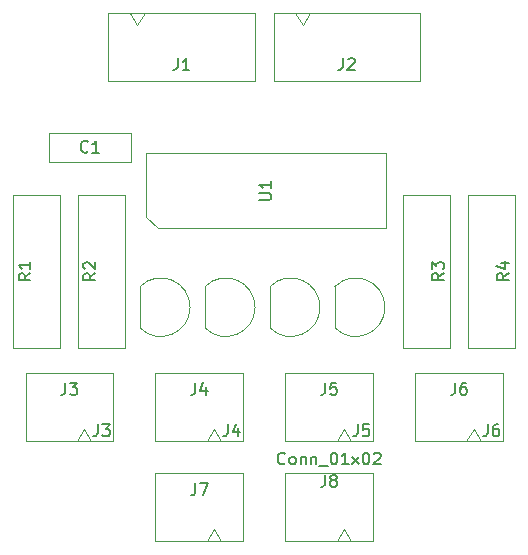
<source format=gbr>
G04 #@! TF.GenerationSoftware,KiCad,Pcbnew,(5.1.7)-1*
G04 #@! TF.CreationDate,2020-12-10T17:59:25+02:00*
G04 #@! TF.ProjectId,4_switch_array,345f7377-6974-4636-985f-61727261792e,rev?*
G04 #@! TF.SameCoordinates,Original*
G04 #@! TF.FileFunction,Other,Fab,Top*
%FSLAX46Y46*%
G04 Gerber Fmt 4.6, Leading zero omitted, Abs format (unit mm)*
G04 Created by KiCad (PCBNEW (5.1.7)-1) date 2020-12-10 17:59:25*
%MOMM*%
%LPD*%
G01*
G04 APERTURE LIST*
%ADD10C,0.100000*%
%ADD11C,0.150000*%
G04 APERTURE END LIST*
D10*
X155950000Y-80350000D02*
X155950000Y-74600000D01*
X155950000Y-74600000D02*
X148550000Y-74600000D01*
X148550000Y-74600000D02*
X148550000Y-80350000D01*
X148550000Y-80350000D02*
X155950000Y-80350000D01*
X154125000Y-80350000D02*
X153500000Y-79350000D01*
X153500000Y-79350000D02*
X152875000Y-80350000D01*
X137730000Y-53865000D02*
X136730000Y-52865000D01*
X157050000Y-53865000D02*
X137730000Y-53865000D01*
X157050000Y-47515000D02*
X157050000Y-53865000D01*
X136730000Y-47515000D02*
X157050000Y-47515000D01*
X136730000Y-52865000D02*
X136730000Y-47515000D01*
X166950000Y-71850000D02*
X166950000Y-66100000D01*
X166950000Y-66100000D02*
X159550000Y-66100000D01*
X159550000Y-66100000D02*
X159550000Y-71850000D01*
X159550000Y-71850000D02*
X166950000Y-71850000D01*
X165125000Y-71850000D02*
X164500000Y-70850000D01*
X164500000Y-70850000D02*
X163875000Y-71850000D01*
X128500000Y-48250000D02*
X135500000Y-48250000D01*
X128500000Y-45750000D02*
X128500000Y-48250000D01*
X135500000Y-45750000D02*
X128500000Y-45750000D01*
X135500000Y-48250000D02*
X135500000Y-45750000D01*
X129500000Y-51000000D02*
X125500000Y-51000000D01*
X125500000Y-51000000D02*
X125500000Y-64000000D01*
X125500000Y-64000000D02*
X129500000Y-64000000D01*
X129500000Y-64000000D02*
X129500000Y-51000000D01*
X162500000Y-51000000D02*
X158500000Y-51000000D01*
X158500000Y-51000000D02*
X158500000Y-64000000D01*
X158500000Y-64000000D02*
X162500000Y-64000000D01*
X162500000Y-64000000D02*
X162500000Y-51000000D01*
X135000000Y-51000000D02*
X131000000Y-51000000D01*
X131000000Y-51000000D02*
X131000000Y-64000000D01*
X131000000Y-64000000D02*
X135000000Y-64000000D01*
X135000000Y-64000000D02*
X135000000Y-51000000D01*
X168000000Y-51000000D02*
X164000000Y-51000000D01*
X164000000Y-51000000D02*
X164000000Y-64000000D01*
X164000000Y-64000000D02*
X168000000Y-64000000D01*
X168000000Y-64000000D02*
X168000000Y-51000000D01*
X141750000Y-58800000D02*
X141750000Y-62300000D01*
X141746375Y-62293625D02*
G75*
G03*
X145980000Y-60540000I1753625J1753625D01*
G01*
X141746375Y-58786375D02*
G75*
G02*
X145980000Y-60540000I1753625J-1753625D01*
G01*
X152750000Y-58800000D02*
X152750000Y-62300000D01*
X152746375Y-62293625D02*
G75*
G03*
X156980000Y-60540000I1753625J1753625D01*
G01*
X152746375Y-58786375D02*
G75*
G02*
X156980000Y-60540000I1753625J-1753625D01*
G01*
X136250000Y-58800000D02*
X136250000Y-62300000D01*
X136246375Y-62293625D02*
G75*
G03*
X140480000Y-60540000I1753625J1753625D01*
G01*
X136246375Y-58786375D02*
G75*
G02*
X140480000Y-60540000I1753625J-1753625D01*
G01*
X147250000Y-58800000D02*
X147250000Y-62300000D01*
X147246375Y-62293625D02*
G75*
G03*
X151480000Y-60540000I1753625J1753625D01*
G01*
X147246375Y-58786375D02*
G75*
G02*
X151480000Y-60540000I1753625J-1753625D01*
G01*
X142500000Y-79350000D02*
X141875000Y-80350000D01*
X143125000Y-80350000D02*
X142500000Y-79350000D01*
X137550000Y-80350000D02*
X144950000Y-80350000D01*
X137550000Y-74600000D02*
X137550000Y-80350000D01*
X144950000Y-74600000D02*
X137550000Y-74600000D01*
X144950000Y-80350000D02*
X144950000Y-74600000D01*
X144950000Y-71850000D02*
X144950000Y-66100000D01*
X144950000Y-66100000D02*
X137550000Y-66100000D01*
X137550000Y-66100000D02*
X137550000Y-71850000D01*
X137550000Y-71850000D02*
X144950000Y-71850000D01*
X143125000Y-71850000D02*
X142500000Y-70850000D01*
X142500000Y-70850000D02*
X141875000Y-71850000D01*
X155950000Y-71850000D02*
X155950000Y-66100000D01*
X155950000Y-66100000D02*
X148550000Y-66100000D01*
X148550000Y-66100000D02*
X148550000Y-71850000D01*
X148550000Y-71850000D02*
X155950000Y-71850000D01*
X154125000Y-71850000D02*
X153500000Y-70850000D01*
X153500000Y-70850000D02*
X152875000Y-71850000D01*
X133950000Y-71850000D02*
X133950000Y-66100000D01*
X133950000Y-66100000D02*
X126550000Y-66100000D01*
X126550000Y-66100000D02*
X126550000Y-71850000D01*
X126550000Y-71850000D02*
X133950000Y-71850000D01*
X132125000Y-71850000D02*
X131500000Y-70850000D01*
X131500000Y-70850000D02*
X130875000Y-71850000D01*
X150000000Y-36650000D02*
X150625000Y-35650000D01*
X149375000Y-35650000D02*
X150000000Y-36650000D01*
X159950000Y-35650000D02*
X147550000Y-35650000D01*
X159950000Y-41400000D02*
X159950000Y-35650000D01*
X147550000Y-41400000D02*
X159950000Y-41400000D01*
X147550000Y-35650000D02*
X147550000Y-41400000D01*
X136000000Y-36650000D02*
X136625000Y-35650000D01*
X135375000Y-35650000D02*
X136000000Y-36650000D01*
X145950000Y-35650000D02*
X133550000Y-35650000D01*
X145950000Y-41400000D02*
X145950000Y-35650000D01*
X133550000Y-41400000D02*
X145950000Y-41400000D01*
X133550000Y-35650000D02*
X133550000Y-41400000D01*
D11*
X148511904Y-73757142D02*
X148464285Y-73804761D01*
X148321428Y-73852380D01*
X148226190Y-73852380D01*
X148083333Y-73804761D01*
X147988095Y-73709523D01*
X147940476Y-73614285D01*
X147892857Y-73423809D01*
X147892857Y-73280952D01*
X147940476Y-73090476D01*
X147988095Y-72995238D01*
X148083333Y-72900000D01*
X148226190Y-72852380D01*
X148321428Y-72852380D01*
X148464285Y-72900000D01*
X148511904Y-72947619D01*
X149083333Y-73852380D02*
X148988095Y-73804761D01*
X148940476Y-73757142D01*
X148892857Y-73661904D01*
X148892857Y-73376190D01*
X148940476Y-73280952D01*
X148988095Y-73233333D01*
X149083333Y-73185714D01*
X149226190Y-73185714D01*
X149321428Y-73233333D01*
X149369047Y-73280952D01*
X149416666Y-73376190D01*
X149416666Y-73661904D01*
X149369047Y-73757142D01*
X149321428Y-73804761D01*
X149226190Y-73852380D01*
X149083333Y-73852380D01*
X149845238Y-73185714D02*
X149845238Y-73852380D01*
X149845238Y-73280952D02*
X149892857Y-73233333D01*
X149988095Y-73185714D01*
X150130952Y-73185714D01*
X150226190Y-73233333D01*
X150273809Y-73328571D01*
X150273809Y-73852380D01*
X150750000Y-73185714D02*
X150750000Y-73852380D01*
X150750000Y-73280952D02*
X150797619Y-73233333D01*
X150892857Y-73185714D01*
X151035714Y-73185714D01*
X151130952Y-73233333D01*
X151178571Y-73328571D01*
X151178571Y-73852380D01*
X151416666Y-73947619D02*
X152178571Y-73947619D01*
X152607142Y-72852380D02*
X152702380Y-72852380D01*
X152797619Y-72900000D01*
X152845238Y-72947619D01*
X152892857Y-73042857D01*
X152940476Y-73233333D01*
X152940476Y-73471428D01*
X152892857Y-73661904D01*
X152845238Y-73757142D01*
X152797619Y-73804761D01*
X152702380Y-73852380D01*
X152607142Y-73852380D01*
X152511904Y-73804761D01*
X152464285Y-73757142D01*
X152416666Y-73661904D01*
X152369047Y-73471428D01*
X152369047Y-73233333D01*
X152416666Y-73042857D01*
X152464285Y-72947619D01*
X152511904Y-72900000D01*
X152607142Y-72852380D01*
X153892857Y-73852380D02*
X153321428Y-73852380D01*
X153607142Y-73852380D02*
X153607142Y-72852380D01*
X153511904Y-72995238D01*
X153416666Y-73090476D01*
X153321428Y-73138095D01*
X154226190Y-73852380D02*
X154750000Y-73185714D01*
X154226190Y-73185714D02*
X154750000Y-73852380D01*
X155321428Y-72852380D02*
X155416666Y-72852380D01*
X155511904Y-72900000D01*
X155559523Y-72947619D01*
X155607142Y-73042857D01*
X155654761Y-73233333D01*
X155654761Y-73471428D01*
X155607142Y-73661904D01*
X155559523Y-73757142D01*
X155511904Y-73804761D01*
X155416666Y-73852380D01*
X155321428Y-73852380D01*
X155226190Y-73804761D01*
X155178571Y-73757142D01*
X155130952Y-73661904D01*
X155083333Y-73471428D01*
X155083333Y-73233333D01*
X155130952Y-73042857D01*
X155178571Y-72947619D01*
X155226190Y-72900000D01*
X155321428Y-72852380D01*
X156035714Y-72947619D02*
X156083333Y-72900000D01*
X156178571Y-72852380D01*
X156416666Y-72852380D01*
X156511904Y-72900000D01*
X156559523Y-72947619D01*
X156607142Y-73042857D01*
X156607142Y-73138095D01*
X156559523Y-73280952D01*
X155988095Y-73852380D01*
X156607142Y-73852380D01*
X151916666Y-74752380D02*
X151916666Y-75466666D01*
X151869047Y-75609523D01*
X151773809Y-75704761D01*
X151630952Y-75752380D01*
X151535714Y-75752380D01*
X152535714Y-75180952D02*
X152440476Y-75133333D01*
X152392857Y-75085714D01*
X152345238Y-74990476D01*
X152345238Y-74942857D01*
X152392857Y-74847619D01*
X152440476Y-74800000D01*
X152535714Y-74752380D01*
X152726190Y-74752380D01*
X152821428Y-74800000D01*
X152869047Y-74847619D01*
X152916666Y-74942857D01*
X152916666Y-74990476D01*
X152869047Y-75085714D01*
X152821428Y-75133333D01*
X152726190Y-75180952D01*
X152535714Y-75180952D01*
X152440476Y-75228571D01*
X152392857Y-75276190D01*
X152345238Y-75371428D01*
X152345238Y-75561904D01*
X152392857Y-75657142D01*
X152440476Y-75704761D01*
X152535714Y-75752380D01*
X152726190Y-75752380D01*
X152821428Y-75704761D01*
X152869047Y-75657142D01*
X152916666Y-75561904D01*
X152916666Y-75371428D01*
X152869047Y-75276190D01*
X152821428Y-75228571D01*
X152726190Y-75180952D01*
X146342380Y-51451904D02*
X147151904Y-51451904D01*
X147247142Y-51404285D01*
X147294761Y-51356666D01*
X147342380Y-51261428D01*
X147342380Y-51070952D01*
X147294761Y-50975714D01*
X147247142Y-50928095D01*
X147151904Y-50880476D01*
X146342380Y-50880476D01*
X147342380Y-49880476D02*
X147342380Y-50451904D01*
X147342380Y-50166190D02*
X146342380Y-50166190D01*
X146485238Y-50261428D01*
X146580476Y-50356666D01*
X146628095Y-50451904D01*
X165666666Y-70452380D02*
X165666666Y-71166666D01*
X165619047Y-71309523D01*
X165523809Y-71404761D01*
X165380952Y-71452380D01*
X165285714Y-71452380D01*
X166571428Y-70452380D02*
X166380952Y-70452380D01*
X166285714Y-70500000D01*
X166238095Y-70547619D01*
X166142857Y-70690476D01*
X166095238Y-70880952D01*
X166095238Y-71261904D01*
X166142857Y-71357142D01*
X166190476Y-71404761D01*
X166285714Y-71452380D01*
X166476190Y-71452380D01*
X166571428Y-71404761D01*
X166619047Y-71357142D01*
X166666666Y-71261904D01*
X166666666Y-71023809D01*
X166619047Y-70928571D01*
X166571428Y-70880952D01*
X166476190Y-70833333D01*
X166285714Y-70833333D01*
X166190476Y-70880952D01*
X166142857Y-70928571D01*
X166095238Y-71023809D01*
X162916666Y-66952380D02*
X162916666Y-67666666D01*
X162869047Y-67809523D01*
X162773809Y-67904761D01*
X162630952Y-67952380D01*
X162535714Y-67952380D01*
X163821428Y-66952380D02*
X163630952Y-66952380D01*
X163535714Y-67000000D01*
X163488095Y-67047619D01*
X163392857Y-67190476D01*
X163345238Y-67380952D01*
X163345238Y-67761904D01*
X163392857Y-67857142D01*
X163440476Y-67904761D01*
X163535714Y-67952380D01*
X163726190Y-67952380D01*
X163821428Y-67904761D01*
X163869047Y-67857142D01*
X163916666Y-67761904D01*
X163916666Y-67523809D01*
X163869047Y-67428571D01*
X163821428Y-67380952D01*
X163726190Y-67333333D01*
X163535714Y-67333333D01*
X163440476Y-67380952D01*
X163392857Y-67428571D01*
X163345238Y-67523809D01*
X131833333Y-47357142D02*
X131785714Y-47404761D01*
X131642857Y-47452380D01*
X131547619Y-47452380D01*
X131404761Y-47404761D01*
X131309523Y-47309523D01*
X131261904Y-47214285D01*
X131214285Y-47023809D01*
X131214285Y-46880952D01*
X131261904Y-46690476D01*
X131309523Y-46595238D01*
X131404761Y-46500000D01*
X131547619Y-46452380D01*
X131642857Y-46452380D01*
X131785714Y-46500000D01*
X131833333Y-46547619D01*
X132785714Y-47452380D02*
X132214285Y-47452380D01*
X132500000Y-47452380D02*
X132500000Y-46452380D01*
X132404761Y-46595238D01*
X132309523Y-46690476D01*
X132214285Y-46738095D01*
X126952380Y-57666666D02*
X126476190Y-58000000D01*
X126952380Y-58238095D02*
X125952380Y-58238095D01*
X125952380Y-57857142D01*
X126000000Y-57761904D01*
X126047619Y-57714285D01*
X126142857Y-57666666D01*
X126285714Y-57666666D01*
X126380952Y-57714285D01*
X126428571Y-57761904D01*
X126476190Y-57857142D01*
X126476190Y-58238095D01*
X126952380Y-56714285D02*
X126952380Y-57285714D01*
X126952380Y-57000000D02*
X125952380Y-57000000D01*
X126095238Y-57095238D01*
X126190476Y-57190476D01*
X126238095Y-57285714D01*
X161952380Y-57666666D02*
X161476190Y-58000000D01*
X161952380Y-58238095D02*
X160952380Y-58238095D01*
X160952380Y-57857142D01*
X161000000Y-57761904D01*
X161047619Y-57714285D01*
X161142857Y-57666666D01*
X161285714Y-57666666D01*
X161380952Y-57714285D01*
X161428571Y-57761904D01*
X161476190Y-57857142D01*
X161476190Y-58238095D01*
X160952380Y-57333333D02*
X160952380Y-56714285D01*
X161333333Y-57047619D01*
X161333333Y-56904761D01*
X161380952Y-56809523D01*
X161428571Y-56761904D01*
X161523809Y-56714285D01*
X161761904Y-56714285D01*
X161857142Y-56761904D01*
X161904761Y-56809523D01*
X161952380Y-56904761D01*
X161952380Y-57190476D01*
X161904761Y-57285714D01*
X161857142Y-57333333D01*
X132452380Y-57666666D02*
X131976190Y-58000000D01*
X132452380Y-58238095D02*
X131452380Y-58238095D01*
X131452380Y-57857142D01*
X131500000Y-57761904D01*
X131547619Y-57714285D01*
X131642857Y-57666666D01*
X131785714Y-57666666D01*
X131880952Y-57714285D01*
X131928571Y-57761904D01*
X131976190Y-57857142D01*
X131976190Y-58238095D01*
X131547619Y-57285714D02*
X131500000Y-57238095D01*
X131452380Y-57142857D01*
X131452380Y-56904761D01*
X131500000Y-56809523D01*
X131547619Y-56761904D01*
X131642857Y-56714285D01*
X131738095Y-56714285D01*
X131880952Y-56761904D01*
X132452380Y-57333333D01*
X132452380Y-56714285D01*
X167452380Y-57666666D02*
X166976190Y-58000000D01*
X167452380Y-58238095D02*
X166452380Y-58238095D01*
X166452380Y-57857142D01*
X166500000Y-57761904D01*
X166547619Y-57714285D01*
X166642857Y-57666666D01*
X166785714Y-57666666D01*
X166880952Y-57714285D01*
X166928571Y-57761904D01*
X166976190Y-57857142D01*
X166976190Y-58238095D01*
X166785714Y-56809523D02*
X167452380Y-56809523D01*
X166404761Y-57047619D02*
X167119047Y-57285714D01*
X167119047Y-56666666D01*
X140916666Y-75452380D02*
X140916666Y-76166666D01*
X140869047Y-76309523D01*
X140773809Y-76404761D01*
X140630952Y-76452380D01*
X140535714Y-76452380D01*
X141297619Y-75452380D02*
X141964285Y-75452380D01*
X141535714Y-76452380D01*
X143666666Y-70452380D02*
X143666666Y-71166666D01*
X143619047Y-71309523D01*
X143523809Y-71404761D01*
X143380952Y-71452380D01*
X143285714Y-71452380D01*
X144571428Y-70785714D02*
X144571428Y-71452380D01*
X144333333Y-70404761D02*
X144095238Y-71119047D01*
X144714285Y-71119047D01*
X140916666Y-66952380D02*
X140916666Y-67666666D01*
X140869047Y-67809523D01*
X140773809Y-67904761D01*
X140630952Y-67952380D01*
X140535714Y-67952380D01*
X141821428Y-67285714D02*
X141821428Y-67952380D01*
X141583333Y-66904761D02*
X141345238Y-67619047D01*
X141964285Y-67619047D01*
X154666666Y-70452380D02*
X154666666Y-71166666D01*
X154619047Y-71309523D01*
X154523809Y-71404761D01*
X154380952Y-71452380D01*
X154285714Y-71452380D01*
X155619047Y-70452380D02*
X155142857Y-70452380D01*
X155095238Y-70928571D01*
X155142857Y-70880952D01*
X155238095Y-70833333D01*
X155476190Y-70833333D01*
X155571428Y-70880952D01*
X155619047Y-70928571D01*
X155666666Y-71023809D01*
X155666666Y-71261904D01*
X155619047Y-71357142D01*
X155571428Y-71404761D01*
X155476190Y-71452380D01*
X155238095Y-71452380D01*
X155142857Y-71404761D01*
X155095238Y-71357142D01*
X151916666Y-66952380D02*
X151916666Y-67666666D01*
X151869047Y-67809523D01*
X151773809Y-67904761D01*
X151630952Y-67952380D01*
X151535714Y-67952380D01*
X152869047Y-66952380D02*
X152392857Y-66952380D01*
X152345238Y-67428571D01*
X152392857Y-67380952D01*
X152488095Y-67333333D01*
X152726190Y-67333333D01*
X152821428Y-67380952D01*
X152869047Y-67428571D01*
X152916666Y-67523809D01*
X152916666Y-67761904D01*
X152869047Y-67857142D01*
X152821428Y-67904761D01*
X152726190Y-67952380D01*
X152488095Y-67952380D01*
X152392857Y-67904761D01*
X152345238Y-67857142D01*
X132666666Y-70452380D02*
X132666666Y-71166666D01*
X132619047Y-71309523D01*
X132523809Y-71404761D01*
X132380952Y-71452380D01*
X132285714Y-71452380D01*
X133047619Y-70452380D02*
X133666666Y-70452380D01*
X133333333Y-70833333D01*
X133476190Y-70833333D01*
X133571428Y-70880952D01*
X133619047Y-70928571D01*
X133666666Y-71023809D01*
X133666666Y-71261904D01*
X133619047Y-71357142D01*
X133571428Y-71404761D01*
X133476190Y-71452380D01*
X133190476Y-71452380D01*
X133095238Y-71404761D01*
X133047619Y-71357142D01*
X129916666Y-66952380D02*
X129916666Y-67666666D01*
X129869047Y-67809523D01*
X129773809Y-67904761D01*
X129630952Y-67952380D01*
X129535714Y-67952380D01*
X130297619Y-66952380D02*
X130916666Y-66952380D01*
X130583333Y-67333333D01*
X130726190Y-67333333D01*
X130821428Y-67380952D01*
X130869047Y-67428571D01*
X130916666Y-67523809D01*
X130916666Y-67761904D01*
X130869047Y-67857142D01*
X130821428Y-67904761D01*
X130726190Y-67952380D01*
X130440476Y-67952380D01*
X130345238Y-67904761D01*
X130297619Y-67857142D01*
X153416666Y-39452380D02*
X153416666Y-40166666D01*
X153369047Y-40309523D01*
X153273809Y-40404761D01*
X153130952Y-40452380D01*
X153035714Y-40452380D01*
X153845238Y-39547619D02*
X153892857Y-39500000D01*
X153988095Y-39452380D01*
X154226190Y-39452380D01*
X154321428Y-39500000D01*
X154369047Y-39547619D01*
X154416666Y-39642857D01*
X154416666Y-39738095D01*
X154369047Y-39880952D01*
X153797619Y-40452380D01*
X154416666Y-40452380D01*
X139416666Y-39452380D02*
X139416666Y-40166666D01*
X139369047Y-40309523D01*
X139273809Y-40404761D01*
X139130952Y-40452380D01*
X139035714Y-40452380D01*
X140416666Y-40452380D02*
X139845238Y-40452380D01*
X140130952Y-40452380D02*
X140130952Y-39452380D01*
X140035714Y-39595238D01*
X139940476Y-39690476D01*
X139845238Y-39738095D01*
M02*

</source>
